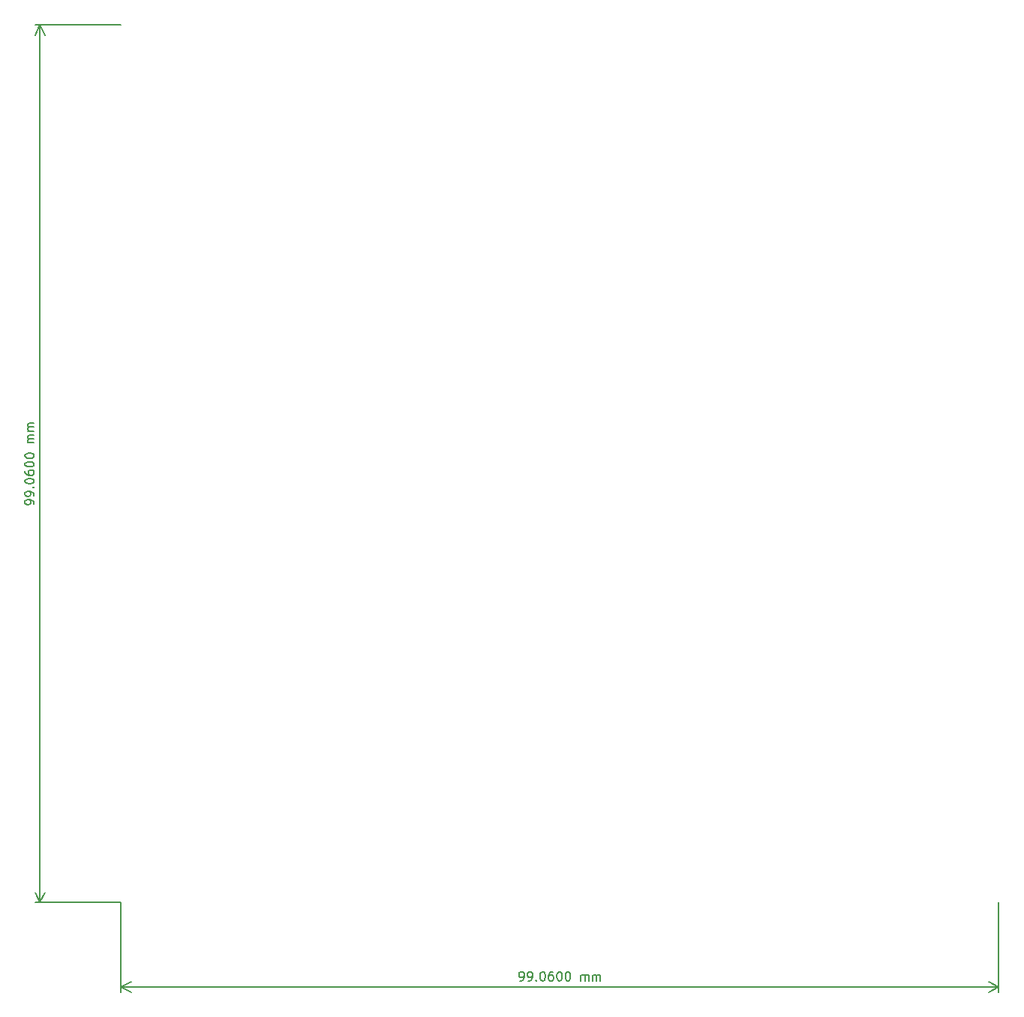
<source format=gbr>
%TF.GenerationSoftware,KiCad,Pcbnew,(6.0.2)*%
%TF.CreationDate,2022-08-02T15:54:41+01:00*%
%TF.ProjectId,testing_board,74657374-696e-4675-9f62-6f6172642e6b,rev?*%
%TF.SameCoordinates,Original*%
%TF.FileFunction,Other,ECO1*%
%FSLAX46Y46*%
G04 Gerber Fmt 4.6, Leading zero omitted, Abs format (unit mm)*
G04 Created by KiCad (PCBNEW (6.0.2)) date 2022-08-02 15:54:41*
%MOMM*%
%LPD*%
G01*
G04 APERTURE LIST*
%ADD10C,0.150000*%
G04 APERTURE END LIST*
D10*
X26994318Y-74373809D02*
X26994318Y-74183333D01*
X26946699Y-74088095D01*
X26899080Y-74040476D01*
X26756223Y-73945238D01*
X26565747Y-73897619D01*
X26184795Y-73897619D01*
X26089557Y-73945238D01*
X26041938Y-73992857D01*
X25994318Y-74088095D01*
X25994318Y-74278571D01*
X26041938Y-74373809D01*
X26089557Y-74421428D01*
X26184795Y-74469047D01*
X26422890Y-74469047D01*
X26518128Y-74421428D01*
X26565747Y-74373809D01*
X26613366Y-74278571D01*
X26613366Y-74088095D01*
X26565747Y-73992857D01*
X26518128Y-73945238D01*
X26422890Y-73897619D01*
X26994318Y-73421428D02*
X26994318Y-73230952D01*
X26946699Y-73135714D01*
X26899080Y-73088095D01*
X26756223Y-72992857D01*
X26565747Y-72945238D01*
X26184795Y-72945238D01*
X26089557Y-72992857D01*
X26041938Y-73040476D01*
X25994318Y-73135714D01*
X25994318Y-73326190D01*
X26041938Y-73421428D01*
X26089557Y-73469047D01*
X26184795Y-73516666D01*
X26422890Y-73516666D01*
X26518128Y-73469047D01*
X26565747Y-73421428D01*
X26613366Y-73326190D01*
X26613366Y-73135714D01*
X26565747Y-73040476D01*
X26518128Y-72992857D01*
X26422890Y-72945238D01*
X26899080Y-72516666D02*
X26946699Y-72469047D01*
X26994318Y-72516666D01*
X26946699Y-72564285D01*
X26899080Y-72516666D01*
X26994318Y-72516666D01*
X25994318Y-71850000D02*
X25994318Y-71754761D01*
X26041938Y-71659523D01*
X26089557Y-71611904D01*
X26184795Y-71564285D01*
X26375271Y-71516666D01*
X26613366Y-71516666D01*
X26803842Y-71564285D01*
X26899080Y-71611904D01*
X26946699Y-71659523D01*
X26994318Y-71754761D01*
X26994318Y-71850000D01*
X26946699Y-71945238D01*
X26899080Y-71992857D01*
X26803842Y-72040476D01*
X26613366Y-72088095D01*
X26375271Y-72088095D01*
X26184795Y-72040476D01*
X26089557Y-71992857D01*
X26041938Y-71945238D01*
X25994318Y-71850000D01*
X25994318Y-70659523D02*
X25994318Y-70850000D01*
X26041938Y-70945238D01*
X26089557Y-70992857D01*
X26232414Y-71088095D01*
X26422890Y-71135714D01*
X26803842Y-71135714D01*
X26899080Y-71088095D01*
X26946699Y-71040476D01*
X26994318Y-70945238D01*
X26994318Y-70754761D01*
X26946699Y-70659523D01*
X26899080Y-70611904D01*
X26803842Y-70564285D01*
X26565747Y-70564285D01*
X26470509Y-70611904D01*
X26422890Y-70659523D01*
X26375271Y-70754761D01*
X26375271Y-70945238D01*
X26422890Y-71040476D01*
X26470509Y-71088095D01*
X26565747Y-71135714D01*
X25994318Y-69945238D02*
X25994318Y-69850000D01*
X26041938Y-69754761D01*
X26089557Y-69707142D01*
X26184795Y-69659523D01*
X26375271Y-69611904D01*
X26613366Y-69611904D01*
X26803842Y-69659523D01*
X26899080Y-69707142D01*
X26946699Y-69754761D01*
X26994318Y-69850000D01*
X26994318Y-69945238D01*
X26946699Y-70040476D01*
X26899080Y-70088095D01*
X26803842Y-70135714D01*
X26613366Y-70183333D01*
X26375271Y-70183333D01*
X26184795Y-70135714D01*
X26089557Y-70088095D01*
X26041938Y-70040476D01*
X25994318Y-69945238D01*
X25994318Y-68992857D02*
X25994318Y-68897619D01*
X26041938Y-68802380D01*
X26089557Y-68754761D01*
X26184795Y-68707142D01*
X26375271Y-68659523D01*
X26613366Y-68659523D01*
X26803842Y-68707142D01*
X26899080Y-68754761D01*
X26946699Y-68802380D01*
X26994318Y-68897619D01*
X26994318Y-68992857D01*
X26946699Y-69088095D01*
X26899080Y-69135714D01*
X26803842Y-69183333D01*
X26613366Y-69230952D01*
X26375271Y-69230952D01*
X26184795Y-69183333D01*
X26089557Y-69135714D01*
X26041938Y-69088095D01*
X25994318Y-68992857D01*
X26994318Y-67469047D02*
X26327652Y-67469047D01*
X26422890Y-67469047D02*
X26375271Y-67421428D01*
X26327652Y-67326190D01*
X26327652Y-67183333D01*
X26375271Y-67088095D01*
X26470509Y-67040476D01*
X26994318Y-67040476D01*
X26470509Y-67040476D02*
X26375271Y-66992857D01*
X26327652Y-66897619D01*
X26327652Y-66754761D01*
X26375271Y-66659523D01*
X26470509Y-66611904D01*
X26994318Y-66611904D01*
X26994318Y-66135714D02*
X26327652Y-66135714D01*
X26422890Y-66135714D02*
X26375271Y-66088095D01*
X26327652Y-65992857D01*
X26327652Y-65850000D01*
X26375271Y-65754761D01*
X26470509Y-65707142D01*
X26994318Y-65707142D01*
X26470509Y-65707142D02*
X26375271Y-65659523D01*
X26327652Y-65564285D01*
X26327652Y-65421428D01*
X26375271Y-65326190D01*
X26470509Y-65278571D01*
X26994318Y-65278571D01*
X36830000Y-20320000D02*
X27105518Y-20320000D01*
X36830000Y-119380000D02*
X27105518Y-119380000D01*
X27691938Y-20320000D02*
X27691938Y-119380000D01*
X27691938Y-20320000D02*
X27691938Y-119380000D01*
X27691938Y-20320000D02*
X27105517Y-21446504D01*
X27691938Y-20320000D02*
X28278359Y-21446504D01*
X27691938Y-119380000D02*
X28278359Y-118253496D01*
X27691938Y-119380000D02*
X27105517Y-118253496D01*
X81836190Y-128206080D02*
X82026666Y-128206080D01*
X82121904Y-128158461D01*
X82169523Y-128110842D01*
X82264761Y-127967985D01*
X82312380Y-127777509D01*
X82312380Y-127396557D01*
X82264761Y-127301319D01*
X82217142Y-127253700D01*
X82121904Y-127206080D01*
X81931428Y-127206080D01*
X81836190Y-127253700D01*
X81788571Y-127301319D01*
X81740952Y-127396557D01*
X81740952Y-127634652D01*
X81788571Y-127729890D01*
X81836190Y-127777509D01*
X81931428Y-127825128D01*
X82121904Y-127825128D01*
X82217142Y-127777509D01*
X82264761Y-127729890D01*
X82312380Y-127634652D01*
X82788571Y-128206080D02*
X82979047Y-128206080D01*
X83074285Y-128158461D01*
X83121904Y-128110842D01*
X83217142Y-127967985D01*
X83264761Y-127777509D01*
X83264761Y-127396557D01*
X83217142Y-127301319D01*
X83169523Y-127253700D01*
X83074285Y-127206080D01*
X82883809Y-127206080D01*
X82788571Y-127253700D01*
X82740952Y-127301319D01*
X82693333Y-127396557D01*
X82693333Y-127634652D01*
X82740952Y-127729890D01*
X82788571Y-127777509D01*
X82883809Y-127825128D01*
X83074285Y-127825128D01*
X83169523Y-127777509D01*
X83217142Y-127729890D01*
X83264761Y-127634652D01*
X83693333Y-128110842D02*
X83740952Y-128158461D01*
X83693333Y-128206080D01*
X83645714Y-128158461D01*
X83693333Y-128110842D01*
X83693333Y-128206080D01*
X84360000Y-127206080D02*
X84455238Y-127206080D01*
X84550476Y-127253700D01*
X84598095Y-127301319D01*
X84645714Y-127396557D01*
X84693333Y-127587033D01*
X84693333Y-127825128D01*
X84645714Y-128015604D01*
X84598095Y-128110842D01*
X84550476Y-128158461D01*
X84455238Y-128206080D01*
X84360000Y-128206080D01*
X84264761Y-128158461D01*
X84217142Y-128110842D01*
X84169523Y-128015604D01*
X84121904Y-127825128D01*
X84121904Y-127587033D01*
X84169523Y-127396557D01*
X84217142Y-127301319D01*
X84264761Y-127253700D01*
X84360000Y-127206080D01*
X85550476Y-127206080D02*
X85360000Y-127206080D01*
X85264761Y-127253700D01*
X85217142Y-127301319D01*
X85121904Y-127444176D01*
X85074285Y-127634652D01*
X85074285Y-128015604D01*
X85121904Y-128110842D01*
X85169523Y-128158461D01*
X85264761Y-128206080D01*
X85455238Y-128206080D01*
X85550476Y-128158461D01*
X85598095Y-128110842D01*
X85645714Y-128015604D01*
X85645714Y-127777509D01*
X85598095Y-127682271D01*
X85550476Y-127634652D01*
X85455238Y-127587033D01*
X85264761Y-127587033D01*
X85169523Y-127634652D01*
X85121904Y-127682271D01*
X85074285Y-127777509D01*
X86264761Y-127206080D02*
X86360000Y-127206080D01*
X86455238Y-127253700D01*
X86502857Y-127301319D01*
X86550476Y-127396557D01*
X86598095Y-127587033D01*
X86598095Y-127825128D01*
X86550476Y-128015604D01*
X86502857Y-128110842D01*
X86455238Y-128158461D01*
X86360000Y-128206080D01*
X86264761Y-128206080D01*
X86169523Y-128158461D01*
X86121904Y-128110842D01*
X86074285Y-128015604D01*
X86026666Y-127825128D01*
X86026666Y-127587033D01*
X86074285Y-127396557D01*
X86121904Y-127301319D01*
X86169523Y-127253700D01*
X86264761Y-127206080D01*
X87217142Y-127206080D02*
X87312380Y-127206080D01*
X87407619Y-127253700D01*
X87455238Y-127301319D01*
X87502857Y-127396557D01*
X87550476Y-127587033D01*
X87550476Y-127825128D01*
X87502857Y-128015604D01*
X87455238Y-128110842D01*
X87407619Y-128158461D01*
X87312380Y-128206080D01*
X87217142Y-128206080D01*
X87121904Y-128158461D01*
X87074285Y-128110842D01*
X87026666Y-128015604D01*
X86979047Y-127825128D01*
X86979047Y-127587033D01*
X87026666Y-127396557D01*
X87074285Y-127301319D01*
X87121904Y-127253700D01*
X87217142Y-127206080D01*
X88740952Y-128206080D02*
X88740952Y-127539414D01*
X88740952Y-127634652D02*
X88788571Y-127587033D01*
X88883809Y-127539414D01*
X89026666Y-127539414D01*
X89121904Y-127587033D01*
X89169523Y-127682271D01*
X89169523Y-128206080D01*
X89169523Y-127682271D02*
X89217142Y-127587033D01*
X89312380Y-127539414D01*
X89455238Y-127539414D01*
X89550476Y-127587033D01*
X89598095Y-127682271D01*
X89598095Y-128206080D01*
X90074285Y-128206080D02*
X90074285Y-127539414D01*
X90074285Y-127634652D02*
X90121904Y-127587033D01*
X90217142Y-127539414D01*
X90360000Y-127539414D01*
X90455238Y-127587033D01*
X90502857Y-127682271D01*
X90502857Y-128206080D01*
X90502857Y-127682271D02*
X90550476Y-127587033D01*
X90645714Y-127539414D01*
X90788571Y-127539414D01*
X90883809Y-127587033D01*
X90931428Y-127682271D01*
X90931428Y-128206080D01*
X135890000Y-119380000D02*
X135890000Y-129490120D01*
X36830000Y-119380000D02*
X36830000Y-129490120D01*
X135890000Y-128903700D02*
X36830000Y-128903700D01*
X135890000Y-128903700D02*
X36830000Y-128903700D01*
X135890000Y-128903700D02*
X134763496Y-128317279D01*
X135890000Y-128903700D02*
X134763496Y-129490121D01*
X36830000Y-128903700D02*
X37956504Y-129490121D01*
X36830000Y-128903700D02*
X37956504Y-128317279D01*
M02*

</source>
